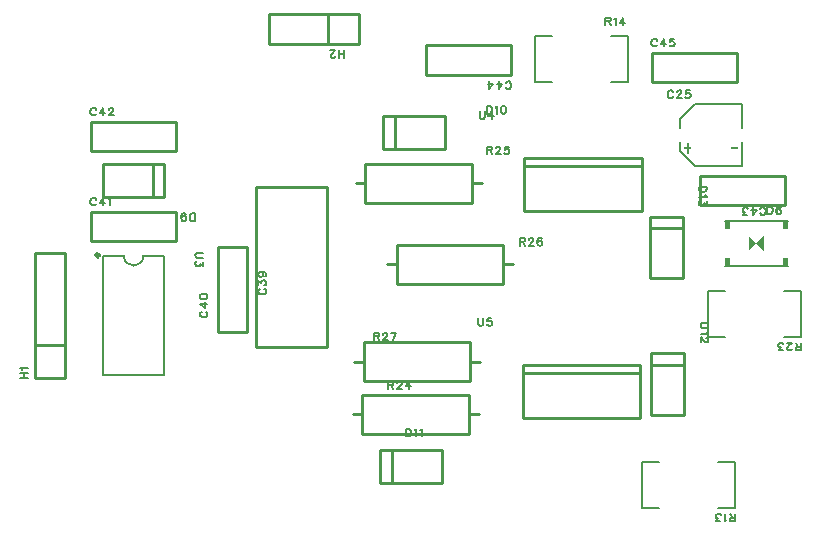
<source format=gto>
G04 Layer: TopSilkscreenLayer*
G04 EasyEDA Pro v2.1.64.d1969c9c.217bcf, 2024-10-29 15:11:35*
G04 Gerber Generator version 0.3*
G04 Scale: 100 percent, Rotated: No, Reflected: No*
G04 Dimensions in millimeters*
G04 Leading zeros omitted, absolute positions, 3 integers and 5 decimals*
%FSLAX35Y35*%
%MOMM*%
%ADD10C,0.1524*%
%ADD11C,0.254*%
%ADD12C,0.3*%
G75*


G04 Text Start*
G54D10*
G01X1018234Y517691D02*
G01X971752Y517691D01*
G01X962608Y514643D01*
G01X956258Y508293D01*
G01X953210Y499149D01*
G01Y492799D01*
G01X956258Y483655D01*
G01X962608Y477559D01*
G01X971752Y474257D01*
G01X1018234D01*
G01X1018234Y437935D02*
G01X1018234Y403899D01*
G01X993596Y422441D01*
G01Y413297D01*
G01X990548Y406947D01*
G01X987246Y403899D01*
G01X978102Y400851D01*
G01X971752D01*
G01X962608Y403899D01*
G01X956258Y409995D01*
G01X953210Y419393D01*
G01Y428791D01*
G01X956258Y437935D01*
G01X959560Y440983D01*
G01X965656Y444031D01*
G01X5000398Y1875282D02*
G01X4997350Y1881632D01*
G01X4991000Y1887728D01*
G01X4984904Y1890776D01*
G01X4972458D01*
G01X4966362Y1887728D01*
G01X4960012Y1881632D01*
G01X4956964Y1875282D01*
G01X4953916Y1866138D01*
G01Y1850644D01*
G01X4956964Y1841246D01*
G01X4960012Y1835150D01*
G01X4966362Y1828800D01*
G01X4972458Y1825752D01*
G01X4984904D01*
G01X4991000Y1828800D01*
G01X4997350Y1835150D01*
G01X5000398Y1841246D01*
G01X5033672Y1875282D02*
G01X5033672Y1878330D01*
G01X5036720Y1884680D01*
G01X5039768Y1887728D01*
G01X5045864Y1890776D01*
G01X5058310D01*
G01X5064660Y1887728D01*
G01X5067708Y1884680D01*
G01X5070756Y1878330D01*
G01Y1872234D01*
G01X5067708Y1866138D01*
G01X5061358Y1856740D01*
G01X5030624Y1825752D01*
G01X5073804D01*
G01X5141114Y1890776D02*
G01X5110126Y1890776D01*
G01X5107078Y1863090D01*
G01X5110126Y1866138D01*
G01X5119270Y1869186D01*
G01X5128668D01*
G01X5138066Y1866138D01*
G01X5144162Y1859788D01*
G01X5147210Y1850644D01*
G01Y1844294D01*
G01X5144162Y1835150D01*
G01X5138066Y1828800D01*
G01X5128668Y1825752D01*
G01X5119270D01*
G01X5110126Y1828800D01*
G01X5107078Y1832102D01*
G01X5104030Y1838198D01*
G01X5524414Y-1758013D02*
G01X5524414Y-1692989D01*
G01X5524414Y-1758013D02*
G01X5496474Y-1758013D01*
G01X5487330Y-1754965D01*
G01X5484282Y-1751917D01*
G01X5480980Y-1745567D01*
G01Y-1739471D01*
G01X5484282Y-1733375D01*
G01X5487330Y-1730327D01*
G01X5496474Y-1727025D01*
G01X5524414D01*
G01X5502824Y-1727025D02*
G01X5480980Y-1692989D01*
G01X5450754Y-1745567D02*
G01X5444658Y-1748869D01*
G01X5435514Y-1758013D01*
G01Y-1692989D01*
G01X5399192Y-1758013D02*
G01X5365156Y-1758013D01*
G01X5383698Y-1733375D01*
G01X5374554D01*
G01X5368204Y-1730327D01*
G01X5365156Y-1727025D01*
G01X5362108Y-1717881D01*
G01Y-1711531D01*
G01X5365156Y-1702387D01*
G01X5371252Y-1696037D01*
G01X5380650Y-1692989D01*
G01X5390048D01*
G01X5399192Y-1696037D01*
G01X5402240Y-1699339D01*
G01X5405288Y-1705435D01*
G01X4427220Y2507234D02*
G01X4427220Y2442210D01*
G01X4427220Y2507234D02*
G01X4455160Y2507234D01*
G01X4464304Y2504186D01*
G01X4467352Y2501138D01*
G01X4470654Y2494788D01*
G01Y2488692D01*
G01X4467352Y2482596D01*
G01X4464304Y2479548D01*
G01X4455160Y2476246D01*
G01X4427220D01*
G01X4448810Y2476246D02*
G01X4470654Y2442210D01*
G01X4500880Y2494788D02*
G01X4506976Y2498090D01*
G01X4516120Y2507234D01*
G01Y2442210D01*
G01X4577080Y2507234D02*
G01X4546346Y2464054D01*
G01X4592574D01*
G01X4577080Y2507234D02*
G01X4577080Y2442210D01*
G01X949180Y786044D02*
G01X949180Y851068D01*
G01X949180Y786044D02*
G01X927590Y786044D01*
G01X918192Y789092D01*
G01X912096Y795188D01*
G01X909048Y801538D01*
G01X905746Y810682D01*
G01Y826176D01*
G01X909048Y835574D01*
G01X912096Y841670D01*
G01X918192Y848020D01*
G01X927590Y851068D01*
G01X949180D01*
G01X835388Y807634D02*
G01X838436Y817032D01*
G01X844786Y823128D01*
G01X853930Y826176D01*
G01X856978D01*
G01X866376Y823128D01*
G01X872472Y817032D01*
G01X875520Y807634D01*
G01Y804586D01*
G01X872472Y795188D01*
G01X866376Y789092D01*
G01X856978Y786044D01*
G01X853930D01*
G01X844786Y789092D01*
G01X838436Y795188D01*
G01X835388Y807634D01*
G01Y823128D01*
G01X838436Y838622D01*
G01X844786Y848020D01*
G01X853930Y851068D01*
G01X860280D01*
G01X869424Y848020D01*
G01X872472Y841670D01*
G01X3423920Y1757934D02*
G01X3423920Y1692910D01*
G01X3423920Y1757934D02*
G01X3445510Y1757934D01*
G01X3454908Y1754886D01*
G01X3461004Y1748790D01*
G01X3464052Y1742440D01*
G01X3467354Y1733296D01*
G01Y1717802D01*
G01X3464052Y1708404D01*
G01X3461004Y1702308D01*
G01X3454908Y1695958D01*
G01X3445510Y1692910D01*
G01X3423920D01*
G01X3497580Y1745488D02*
G01X3503676Y1748790D01*
G01X3512820Y1757934D01*
G01Y1692910D01*
G01X3561588Y1757934D02*
G01X3552190Y1754886D01*
G01X3546094Y1745488D01*
G01X3543046Y1730248D01*
G01Y1720850D01*
G01X3546094Y1705356D01*
G01X3552190Y1695958D01*
G01X3561588Y1692910D01*
G01X3567684D01*
G01X3577082Y1695958D01*
G01X3583178Y1705356D01*
G01X3586226Y1720850D01*
G01Y1730248D01*
G01X3583178Y1745488D01*
G01X3577082Y1754886D01*
G01X3567684Y1757934D01*
G01X3561588D01*
G01X2738120Y-972566D02*
G01X2738120Y-1037590D01*
G01X2738120Y-972566D02*
G01X2759710Y-972566D01*
G01X2769108Y-975614D01*
G01X2775204Y-981710D01*
G01X2778252Y-988060D01*
G01X2781554Y-997204D01*
G01Y-1012698D01*
G01X2778252Y-1022096D01*
G01X2775204Y-1028192D01*
G01X2769108Y-1034542D01*
G01X2759710Y-1037590D01*
G01X2738120D01*
G01X2811780Y-985012D02*
G01X2817876Y-981710D01*
G01X2827020Y-972566D01*
G01Y-1037590D01*
G01X2857246Y-985012D02*
G01X2863342Y-981710D01*
G01X2872486Y-972566D01*
G01Y-1037590D01*
G01X5297256Y-79520D02*
G01X5232232Y-79520D01*
G01X5297256Y-79520D02*
G01X5297256Y-101110D01*
G01X5294208Y-110508D01*
G01X5288112Y-116604D01*
G01X5281762Y-119652D01*
G01X5272618Y-122954D01*
G01X5257124D01*
G01X5247726Y-119652D01*
G01X5241630Y-116604D01*
G01X5235280Y-110508D01*
G01X5232232Y-101110D01*
G01Y-79520D01*
G01X5284810Y-153180D02*
G01X5288112Y-159276D01*
G01X5297256Y-168420D01*
G01X5232232D01*
G01X5281762Y-201694D02*
G01X5284810Y-201694D01*
G01X5291160Y-204742D01*
G01X5294208Y-207790D01*
G01X5297256Y-213886D01*
G01Y-226332D01*
G01X5294208Y-232682D01*
G01X5291160Y-235730D01*
G01X5284810Y-238778D01*
G01X5278714D01*
G01X5272618Y-235730D01*
G01X5263220Y-229380D01*
G01X5232232Y-198646D01*
G01Y-241826D01*
G01X5284556Y1076180D02*
G01X5219532Y1076180D01*
G01X5284556Y1076180D02*
G01X5284556Y1054590D01*
G01X5281508Y1045192D01*
G01X5275412Y1039096D01*
G01X5269062Y1036048D01*
G01X5259918Y1032746D01*
G01X5244424D01*
G01X5235026Y1036048D01*
G01X5228930Y1039096D01*
G01X5222580Y1045192D01*
G01X5219532Y1054590D01*
G01Y1076180D01*
G01X5272110Y1002520D02*
G01X5275412Y996424D01*
G01X5284556Y987280D01*
G01X5219532D01*
G01X5284556Y950958D02*
G01X5284556Y916922D01*
G01X5259918Y935464D01*
G01Y926320D01*
G01X5256870Y919970D01*
G01X5253568Y916922D01*
G01X5244424Y913874D01*
G01X5238074D01*
G01X5228930Y916922D01*
G01X5222580Y923018D01*
G01X5219532Y932416D01*
G01Y941814D01*
G01X5222580Y950958D01*
G01X5225882Y954006D01*
G01X5231978Y957054D01*
G01X6079556Y-310213D02*
G01X6079556Y-245189D01*
G01X6079556Y-310213D02*
G01X6051616Y-310213D01*
G01X6042472Y-307165D01*
G01X6039424Y-304117D01*
G01X6036122Y-297767D01*
G01Y-291671D01*
G01X6039424Y-285575D01*
G01X6042472Y-282527D01*
G01X6051616Y-279225D01*
G01X6079556D01*
G01X6057966Y-279225D02*
G01X6036122Y-245189D01*
G01X6002848Y-294719D02*
G01X6002848Y-297767D01*
G01X5999800Y-304117D01*
G01X5996752Y-307165D01*
G01X5990656Y-310213D01*
G01X5978210D01*
G01X5971860Y-307165D01*
G01X5968812Y-304117D01*
G01X5965764Y-297767D01*
G01Y-291671D01*
G01X5968812Y-285575D01*
G01X5975162Y-276177D01*
G01X6005896Y-245189D01*
G01X5962716D01*
G01X5926394Y-310213D02*
G01X5892358Y-310213D01*
G01X5910900Y-285575D01*
G01X5901756D01*
G01X5895406Y-282527D01*
G01X5892358Y-279225D01*
G01X5889310Y-270081D01*
G01Y-263731D01*
G01X5892358Y-254587D01*
G01X5898454Y-248237D01*
G01X5907852Y-245189D01*
G01X5917250D01*
G01X5926394Y-248237D01*
G01X5929442Y-251539D01*
G01X5932490Y-257635D01*
G01X5798820Y907034D02*
G01X5798820Y842010D01*
G01X5798820Y907034D02*
G01X5820410Y907034D01*
G01X5829808Y903986D01*
G01X5835904Y897890D01*
G01X5838952Y891540D01*
G01X5842254Y882396D01*
G01Y866902D01*
G01X5838952Y857504D01*
G01X5835904Y851408D01*
G01X5829808Y845058D01*
G01X5820410Y842010D01*
G01X5798820D01*
G01X5909564Y897890D02*
G01X5906516Y903986D01*
G01X5897118Y907034D01*
G01X5891022D01*
G01X5881624Y903986D01*
G01X5875528Y894588D01*
G01X5872480Y879348D01*
G01Y863854D01*
G01X5875528Y851408D01*
G01X5881624Y845058D01*
G01X5891022Y842010D01*
G01X5894070D01*
G01X5903214Y845058D01*
G01X5909564Y851408D01*
G01X5912612Y860552D01*
G01Y863854D01*
G01X5909564Y872998D01*
G01X5903214Y879348D01*
G01X5894070Y882396D01*
G01X5891022D01*
G01X5881624Y879348D01*
G01X5875528Y872998D01*
G01X5872480Y863854D01*
G01X113208Y965733D02*
G01X110160Y972083D01*
G01X103810Y978179D01*
G01X97714Y981227D01*
G01X85268D01*
G01X79172Y978179D01*
G01X72822Y972083D01*
G01X69774Y965733D01*
G01X66726Y956589D01*
G01Y941095D01*
G01X69774Y931697D01*
G01X72822Y925601D01*
G01X79172Y919251D01*
G01X85268Y916203D01*
G01X97714D01*
G01X103810Y919251D01*
G01X110160Y925601D01*
G01X113208Y931697D01*
G01X174168Y981227D02*
G01X143434Y938047D01*
G01X189662D01*
G01X174168Y981227D02*
G01X174168Y916203D01*
G01X219888Y968781D02*
G01X225984Y972083D01*
G01X235128Y981227D01*
G01Y916203D01*
G01X113208Y1727733D02*
G01X110160Y1734083D01*
G01X103810Y1740179D01*
G01X97714Y1743227D01*
G01X85268D01*
G01X79172Y1740179D01*
G01X72822Y1734083D01*
G01X69774Y1727733D01*
G01X66726Y1718589D01*
G01Y1703095D01*
G01X69774Y1693697D01*
G01X72822Y1687601D01*
G01X79172Y1681251D01*
G01X85268Y1678203D01*
G01X97714D01*
G01X103810Y1681251D01*
G01X110160Y1687601D01*
G01X113208Y1693697D01*
G01X174168Y1743227D02*
G01X143434Y1700047D01*
G01X189662D01*
G01X174168Y1743227D02*
G01X174168Y1678203D01*
G01X222936Y1727733D02*
G01X222936Y1730781D01*
G01X225984Y1737131D01*
G01X229032Y1740179D01*
G01X235128Y1743227D01*
G01X247574D01*
G01X253924Y1740179D01*
G01X256972Y1737131D01*
G01X260020Y1730781D01*
G01Y1724685D01*
G01X256972Y1718589D01*
G01X250622Y1709191D01*
G01X219888Y1678203D01*
G01X263068D01*
G01X5737878Y851980D02*
G01X5740926Y845630D01*
G01X5747276Y839534D01*
G01X5753372Y836486D01*
G01X5765818D01*
G01X5771914Y839534D01*
G01X5778264Y845630D01*
G01X5781312Y851980D01*
G01X5784360Y861124D01*
G01Y876618D01*
G01X5781312Y886016D01*
G01X5778264Y892112D01*
G01X5771914Y898462D01*
G01X5765818Y901510D01*
G01X5753372D01*
G01X5747276Y898462D01*
G01X5740926Y892112D01*
G01X5737878Y886016D01*
G01X5676918Y836486D02*
G01X5707652Y879666D01*
G01X5661424D01*
G01X5676918Y836486D02*
G01X5676918Y901510D01*
G01X5625102Y836486D02*
G01X5591066Y836486D01*
G01X5609608Y861124D01*
G01X5600464D01*
G01X5594114Y864172D01*
G01X5591066Y867474D01*
G01X5588018Y876618D01*
G01Y882968D01*
G01X5591066Y892112D01*
G01X5597162Y898462D01*
G01X5606560Y901510D01*
G01X5615958D01*
G01X5625102Y898462D01*
G01X5628150Y895160D01*
G01X5631198Y889064D01*
G01X-526034Y-546781D02*
G01X-461010Y-546781D01*
G01X-526034Y-503347D02*
G01X-461010Y-503347D01*
G01X-495046Y-546781D02*
G01X-495046Y-503347D01*
G01X-513588Y-473121D02*
G01X-516890Y-467025D01*
G01X-526034Y-457881D01*
G01X-461010D01*
G01X3582492Y1917167D02*
G01X3585540Y1910817D01*
G01X3591890Y1904721D01*
G01X3597986Y1901673D01*
G01X3610432D01*
G01X3616528Y1904721D01*
G01X3622878Y1910817D01*
G01X3625926Y1917167D01*
G01X3628974Y1926311D01*
G01Y1941805D01*
G01X3625926Y1951203D01*
G01X3622878Y1957299D01*
G01X3616528Y1963649D01*
G01X3610432Y1966697D01*
G01X3597986D01*
G01X3591890Y1963649D01*
G01X3585540Y1957299D01*
G01X3582492Y1951203D01*
G01X3521532Y1901673D02*
G01X3552266Y1944853D01*
G01X3506038D01*
G01X3521532Y1901673D02*
G01X3521532Y1966697D01*
G01X3445078Y1901673D02*
G01X3475812Y1944853D01*
G01X3429584D01*
G01X3445078Y1901673D02*
G01X3445078Y1966697D01*
G01X4863008Y2311933D02*
G01X4859960Y2318283D01*
G01X4853610Y2324379D01*
G01X4847514Y2327427D01*
G01X4835068D01*
G01X4828972Y2324379D01*
G01X4822622Y2318283D01*
G01X4819574Y2311933D01*
G01X4816526Y2302789D01*
G01Y2287295D01*
G01X4819574Y2277897D01*
G01X4822622Y2271801D01*
G01X4828972Y2265451D01*
G01X4835068Y2262403D01*
G01X4847514D01*
G01X4853610Y2265451D01*
G01X4859960Y2271801D01*
G01X4863008Y2277897D01*
G01X4923968Y2327427D02*
G01X4893234Y2284247D01*
G01X4939462D01*
G01X4923968Y2327427D02*
G01X4923968Y2262403D01*
G01X5006772Y2327427D02*
G01X4975784Y2327427D01*
G01X4972736Y2299741D01*
G01X4975784Y2302789D01*
G01X4984928Y2305837D01*
G01X4994326D01*
G01X5003724Y2302789D01*
G01X5009820Y2296439D01*
G01X5012868Y2287295D01*
G01Y2280945D01*
G01X5009820Y2271801D01*
G01X5003724Y2265451D01*
G01X4994326Y2262403D01*
G01X4984928D01*
G01X4975784Y2265451D01*
G01X4972736Y2268753D01*
G01X4969688Y2274849D01*
G01X3362310Y1714266D02*
G01X3362310Y1667784D01*
G01X3365358Y1658640D01*
G01X3371708Y1652290D01*
G01X3380852Y1649242D01*
G01X3387202D01*
G01X3396346Y1652290D01*
G01X3402442Y1658640D01*
G01X3405744Y1667784D01*
G01Y1714266D01*
G01X3466704Y1714266D02*
G01X3435970Y1671086D01*
G01X3482198D01*
G01X3466704Y1714266D02*
G01X3466704Y1649242D01*
G01X3349114Y-37838D02*
G01X3349114Y-84320D01*
G01X3352162Y-93464D01*
G01X3358512Y-99814D01*
G01X3367656Y-102862D01*
G01X3374006D01*
G01X3383150Y-99814D01*
G01X3389246Y-93464D01*
G01X3392548Y-84320D01*
G01Y-37838D01*
G01X3459858Y-37838D02*
G01X3428870Y-37838D01*
G01X3425822Y-65524D01*
G01X3428870Y-62476D01*
G01X3438014Y-59428D01*
G01X3447412D01*
G01X3456810Y-62476D01*
G01X3462906Y-68826D01*
G01X3465954Y-77970D01*
G01Y-84320D01*
G01X3462906Y-93464D01*
G01X3456810Y-99814D01*
G01X3447412Y-102862D01*
G01X3438014D01*
G01X3428870Y-99814D01*
G01X3425822Y-96512D01*
G01X3422774Y-90416D01*
G01X2214880Y2166366D02*
G01X2214880Y2231390D01*
G01X2171446Y2166366D02*
G01X2171446Y2231390D01*
G01X2214880Y2197354D02*
G01X2171446Y2197354D01*
G01X2138172Y2181860D02*
G01X2138172Y2178812D01*
G01X2135124Y2172462D01*
G01X2132076Y2169414D01*
G01X2125980Y2166366D01*
G01X2113534D01*
G01X2107184Y2169414D01*
G01X2104136Y2172462D01*
G01X2101088Y2178812D01*
G01Y2184908D01*
G01X2104136Y2191004D01*
G01X2110486Y2200402D01*
G01X2141220Y2231390D01*
G01X2098040D01*
G01X1502979Y209070D02*
G01X1496629Y206022D01*
G01X1490533Y199672D01*
G01X1487485Y193576D01*
G01Y181130D01*
G01X1490533Y175034D01*
G01X1496629Y168684D01*
G01X1502979Y165636D01*
G01X1512123Y162588D01*
G01X1527617D01*
G01X1537015Y165636D01*
G01X1543111Y168684D01*
G01X1549461Y175034D01*
G01X1552509Y181130D01*
G01Y193576D01*
G01X1549461Y199672D01*
G01X1543111Y206022D01*
G01X1537015Y209070D01*
G01X1487485Y245392D02*
G01X1487485Y279428D01*
G01X1512123Y260886D01*
G01Y270030D01*
G01X1515171Y276380D01*
G01X1518473Y279428D01*
G01X1527617Y282476D01*
G01X1533967D01*
G01X1543111Y279428D01*
G01X1549461Y273332D01*
G01X1552509Y263934D01*
G01Y254536D01*
G01X1549461Y245392D01*
G01X1546159Y242344D01*
G01X1540063Y239296D01*
G01X1509075Y352834D02*
G01X1518473Y349786D01*
G01X1524569Y343436D01*
G01X1527617Y334292D01*
G01Y331244D01*
G01X1524569Y321846D01*
G01X1518473Y315750D01*
G01X1509075Y312702D01*
G01X1506027D01*
G01X1496629Y315750D01*
G01X1490533Y321846D01*
G01X1487485Y331244D01*
G01Y334292D01*
G01X1490533Y343436D01*
G01X1496629Y349786D01*
G01X1509075Y352834D01*
G01X1524569D01*
G01X1540063Y349786D01*
G01X1549461Y343436D01*
G01X1552509Y334292D01*
G01Y327942D01*
G01X1549461Y318798D01*
G01X1543111Y315750D01*
G01X2467021Y-161768D02*
G01X2467021Y-226792D01*
G01X2467021Y-161768D02*
G01X2494961Y-161768D01*
G01X2504105Y-164816D01*
G01X2507153Y-167864D01*
G01X2510455Y-174214D01*
G01Y-180310D01*
G01X2507153Y-186406D01*
G01X2504105Y-189454D01*
G01X2494961Y-192756D01*
G01X2467021D01*
G01X2488611Y-192756D02*
G01X2510455Y-226792D01*
G01X2543729Y-177262D02*
G01X2543729Y-174214D01*
G01X2546777Y-167864D01*
G01X2549825Y-164816D01*
G01X2555921Y-161768D01*
G01X2568367D01*
G01X2574717Y-164816D01*
G01X2577765Y-167864D01*
G01X2580813Y-174214D01*
G01Y-180310D01*
G01X2577765Y-186406D01*
G01X2571415Y-195804D01*
G01X2540681Y-226792D01*
G01X2583861D01*
G01X2657267Y-161768D02*
G01X2626279Y-226792D01*
G01X2614087Y-161768D02*
G01X2657267Y-161768D01*
G01X3703320Y640334D02*
G01X3703320Y575310D01*
G01X3703320Y640334D02*
G01X3731260Y640334D01*
G01X3740404Y637286D01*
G01X3743452Y634238D01*
G01X3746754Y627888D01*
G01Y621792D01*
G01X3743452Y615696D01*
G01X3740404Y612648D01*
G01X3731260Y609346D01*
G01X3703320D01*
G01X3724910Y609346D02*
G01X3746754Y575310D01*
G01X3780028Y624840D02*
G01X3780028Y627888D01*
G01X3783076Y634238D01*
G01X3786124Y637286D01*
G01X3792220Y640334D01*
G01X3804666D01*
G01X3811016Y637286D01*
G01X3814064Y634238D01*
G01X3817112Y627888D01*
G01Y621792D01*
G01X3814064Y615696D01*
G01X3807714Y606298D01*
G01X3776980Y575310D01*
G01X3820160D01*
G01X3887470Y631190D02*
G01X3884422Y637286D01*
G01X3875024Y640334D01*
G01X3868928D01*
G01X3859530Y637286D01*
G01X3853434Y627888D01*
G01X3850386Y612648D01*
G01Y597154D01*
G01X3853434Y584708D01*
G01X3859530Y578358D01*
G01X3868928Y575310D01*
G01X3871976D01*
G01X3881120Y578358D01*
G01X3887470Y584708D01*
G01X3890518Y593852D01*
G01Y597154D01*
G01X3887470Y606298D01*
G01X3881120Y612648D01*
G01X3871976Y615696D01*
G01X3868928D01*
G01X3859530Y612648D01*
G01X3853434Y606298D01*
G01X3850386Y597154D01*
G01X3423920Y1415034D02*
G01X3423920Y1350010D01*
G01X3423920Y1415034D02*
G01X3451860Y1415034D01*
G01X3461004Y1411986D01*
G01X3464052Y1408938D01*
G01X3467354Y1402588D01*
G01Y1396492D01*
G01X3464052Y1390396D01*
G01X3461004Y1387348D01*
G01X3451860Y1384046D01*
G01X3423920D01*
G01X3445510Y1384046D02*
G01X3467354Y1350010D01*
G01X3500628Y1399540D02*
G01X3500628Y1402588D01*
G01X3503676Y1408938D01*
G01X3506724Y1411986D01*
G01X3512820Y1415034D01*
G01X3525266D01*
G01X3531616Y1411986D01*
G01X3534664Y1408938D01*
G01X3537712Y1402588D01*
G01Y1396492D01*
G01X3534664Y1390396D01*
G01X3528314Y1380998D01*
G01X3497580Y1350010D01*
G01X3540760D01*
G01X3608070Y1415034D02*
G01X3577082Y1415034D01*
G01X3574034Y1387348D01*
G01X3577082Y1390396D01*
G01X3586226Y1393444D01*
G01X3595624D01*
G01X3605022Y1390396D01*
G01X3611118Y1384046D01*
G01X3614166Y1374902D01*
G01Y1368552D01*
G01X3611118Y1359408D01*
G01X3605022Y1353058D01*
G01X3595624Y1350010D01*
G01X3586226D01*
G01X3577082Y1353058D01*
G01X3574034Y1356360D01*
G01X3570986Y1362456D01*
G01X2588288Y-573085D02*
G01X2588288Y-638109D01*
G01X2588288Y-573085D02*
G01X2616228Y-573085D01*
G01X2625372Y-576133D01*
G01X2628420Y-579181D01*
G01X2631722Y-585531D01*
G01Y-591627D01*
G01X2628420Y-597723D01*
G01X2625372Y-600771D01*
G01X2616228Y-604073D01*
G01X2588288D01*
G01X2609878Y-604073D02*
G01X2631722Y-638109D01*
G01X2664996Y-588579D02*
G01X2664996Y-585531D01*
G01X2668044Y-579181D01*
G01X2671092Y-576133D01*
G01X2677188Y-573085D01*
G01X2689634D01*
G01X2695984Y-576133D01*
G01X2699032Y-579181D01*
G01X2702080Y-585531D01*
G01Y-591627D01*
G01X2699032Y-597723D01*
G01X2692682Y-607121D01*
G01X2661948Y-638109D01*
G01X2705128D01*
G01X2766088Y-573085D02*
G01X2735354Y-616265D01*
G01X2781582D01*
G01X2766088Y-573085D02*
G01X2766088Y-638109D01*
G01X1007679Y18570D02*
G01X1001329Y15522D01*
G01X995233Y9172D01*
G01X992185Y3076D01*
G01Y-9370D01*
G01X995233Y-15466D01*
G01X1001329Y-21816D01*
G01X1007679Y-24864D01*
G01X1016823Y-27912D01*
G01X1032317D01*
G01X1041715Y-24864D01*
G01X1047811Y-21816D01*
G01X1054161Y-15466D01*
G01X1057209Y-9370D01*
G01Y3076D01*
G01X1054161Y9172D01*
G01X1047811Y15522D01*
G01X1041715Y18570D01*
G01X992185Y79530D02*
G01X1035365Y48796D01*
G01Y95024D01*
G01X992185Y79530D02*
G01X1057209Y79530D01*
G01X992185Y143792D02*
G01X995233Y134394D01*
G01X1004631Y128298D01*
G01X1019871Y125250D01*
G01X1029269D01*
G01X1044763Y128298D01*
G01X1054161Y134394D01*
G01X1057209Y143792D01*
G01Y149888D01*
G01X1054161Y159286D01*
G01X1044763Y165382D01*
G01X1029269Y168430D01*
G01X1019871D01*
G01X1004631Y165382D01*
G01X995233Y159286D01*
G01X992185Y149888D01*
G01Y143792D01*
G04 Text End*

G04 PolygonModel Start*
G01X349301Y489918D02*
G01X172161Y489918D01*
G01X172161Y489918D02*
G01X172161Y-515320D01*
G01X172161Y-515320D02*
G01X691439Y-515320D01*
G01X691439Y-515320D02*
G01X691439Y489918D01*
G01X691439Y489918D02*
G01X514299Y489918D01*
G01X349301Y489920D02*
G03X514299Y489920I82499J0D01*
G01X5587238Y1572006D02*
G01X5587238Y1776222D01*
G01X5587238Y1776222D02*
G01X5186426Y1776222D01*
G01X5186426Y1776222D02*
G01X5055362Y1645412D01*
G01X5055362Y1645412D02*
G01X5055362Y1572006D01*
G01X5586222Y1450594D02*
G01X5586222Y1249426D01*
G01X5586222Y1249426D02*
G01X5184140Y1249426D01*
G01X5184140Y1249426D02*
G01X5055362Y1378204D01*
G01X5055362Y1378204D02*
G01X5055362Y1450594D01*
G36*
G01X5546900Y1408100D02*
G01X5546900Y1393701D01*
G01X5489301D01*
G01Y1408100D01*
G01X5546900D01*
G37*
G36*
G01X5095700Y1408100D02*
G01X5095700Y1393701D01*
G01X5153299D01*
G01Y1408100D01*
G01X5095700D01*
G37*
G36*
G01X5117300Y1448900D02*
G01X5117300Y1352901D01*
G01X5131699D01*
G01Y1448900D01*
G01X5117300D01*
G37*
G01X4880681Y-1252141D02*
G01X4737186Y-1252141D01*
G01X4737186Y-1252141D02*
G01X4737186Y-1643459D01*
G01X4737186Y-1643459D02*
G01X4880681Y-1643459D01*
G01X5380919Y-1252141D02*
G01X5524414Y-1252141D01*
G01X5524414Y-1252141D02*
G01X5524414Y-1643459D01*
G01X5524414Y-1643459D02*
G01X5380919Y-1643459D01*
G01X3977152Y2352830D02*
G01X3833658Y2352830D01*
G01X3833658Y2352830D02*
G01X3833658Y1961512D01*
G01X3833658Y1961512D02*
G01X3977152Y1961512D01*
G01X4477390Y2352830D02*
G01X4620885Y2352830D01*
G01X4620885Y2352830D02*
G01X4620885Y1961512D01*
G01X4620885Y1961512D02*
G01X4477390Y1961512D01*
G54D11*
G01X691799Y990300D02*
G01X171801Y990300D01*
G01X171801Y990300D02*
G01X171801Y1270300D01*
G01X691799Y1270300D02*
G01X171801Y1270300D01*
G01X691799Y990300D02*
G01X691799Y1270300D01*
G01X595874Y990300D02*
G01X595874Y1270300D01*
G01X2546701Y1676700D02*
G01X3066699Y1676700D01*
G01X3066699Y1676700D02*
G01X3066699Y1396700D01*
G01X2546701Y1396700D02*
G01X3066699Y1396700D01*
G01X2546701Y1676700D02*
G01X2546701Y1396700D01*
G01X2642626Y1676700D02*
G01X2642626Y1396700D01*
G01X2521301Y-1155400D02*
G01X3041299Y-1155400D01*
G01X3041299Y-1155400D02*
G01X3041299Y-1435400D01*
G01X2521301Y-1435400D02*
G01X3041299Y-1435400D01*
G01X2521301Y-1155400D02*
G01X2521301Y-1435400D01*
G01X2617226Y-1155400D02*
G01X2617226Y-1435400D01*
G01X5093000Y-336901D02*
G01X5093000Y-856899D01*
G01X5093000Y-856899D02*
G01X4813000Y-856899D01*
G01X4813000Y-336901D02*
G01X4813000Y-856899D01*
G01X5093000Y-336901D02*
G01X4813000Y-336901D01*
G01X5093000Y-432826D02*
G01X4813000Y-432826D01*
G01X5080300Y818799D02*
G01X5080300Y298801D01*
G01X5080300Y298801D02*
G01X4800300Y298801D01*
G01X4800300Y818799D02*
G01X4800300Y298801D01*
G01X5080300Y818799D02*
G01X4800300Y818799D01*
G01X5080300Y722874D02*
G01X4800300Y722874D01*
G54D10*
G01X5435824Y195659D02*
G01X5292329Y195659D01*
G01X5292329Y195659D02*
G01X5292329Y-195659D01*
G01X5292329Y-195659D02*
G01X5435824Y-195659D01*
G01X5936061Y195659D02*
G01X6079556Y195659D01*
G01X6079556Y195659D02*
G01X6079556Y-195659D01*
G01X6079556Y-195659D02*
G01X5936061Y-195659D01*
G01X5969000Y406400D02*
G01X5442367Y407863D01*
G01X5968573Y787400D02*
G01X5443220Y785622D01*
G36*
G01X5930900Y406400D02*
G01X5930900Y475351D01*
G01X5976620D01*
G01Y406400D01*
G01X5930900D01*
G37*
G36*
G01X5930900Y787400D02*
G01X5930900Y718449D01*
G01X5976620D01*
G01Y787400D01*
G01X5930900D01*
G37*
G36*
G01X5435600Y787400D02*
G01X5435600Y718449D01*
G01X5481320D01*
G01Y787400D01*
G01X5435600D01*
G37*
G36*
G01X5435600Y406400D02*
G01X5435600Y475351D01*
G01X5481320D01*
G01Y406400D01*
G01X5435600D01*
G37*
G36*
G01X5765800Y533400D02*
G01X5702300Y596900D01*
G01X5765800Y660400D01*
G01Y533400D01*
G37*
G36*
G01X5638800Y533400D02*
G01X5638800Y660400D01*
G01X5702300Y596900D01*
G01X5638800Y533400D01*
G37*
G54D11*
G01X2654313Y419100D02*
G01X2578113Y419100D01*
G01X3568713Y419100D02*
G01X3644913Y419100D01*
G01X1465301Y-281297D02*
G01X1465301Y1068697D01*
G01X1465301Y1068697D02*
G01X2065299Y1068697D01*
G01X2065299Y1068697D02*
G01X2065299Y-281297D01*
G01X2065299Y-281297D02*
G01X1465301Y-281297D01*
G01X3276587Y-850900D02*
G01X3352787Y-850900D01*
G01X2362187Y-850900D02*
G01X2285987Y-850900D01*
G01X3301987Y1104900D02*
G01X3378187Y1104900D01*
G01X2387587Y1104900D02*
G01X2311387Y1104900D01*
G01X3289287Y-406400D02*
G01X3365487Y-406400D01*
G01X2374887Y-406400D02*
G01X2298687Y-406400D01*
G01X71806Y861593D02*
G01X71806Y611607D01*
G01X71806Y861593D02*
G01X791794Y861593D01*
G01X791794Y611607D02*
G01X791794Y861593D01*
G01X791794Y611607D02*
G01X71806Y611607D01*
G01X71806Y1623593D02*
G01X71806Y1373607D01*
G01X71806Y1623593D02*
G01X791794Y1623593D01*
G01X791794Y1373607D02*
G01X791794Y1623593D01*
G01X791794Y1373607D02*
G01X71806Y1373607D01*
G01X5947994Y916407D02*
G01X5947994Y1166393D01*
G01X5947994Y916407D02*
G01X5228006Y916407D01*
G01X5228006Y1166393D02*
G01X5228006Y916407D01*
G01X5228006Y1166393D02*
G01X5947994Y1166393D01*
G01X-406400Y516301D02*
G01X-152400Y516301D01*
G01X-406400Y-541701D02*
G01X-406400Y516301D01*
G01X-406400Y-264348D02*
G01X-152400Y-264348D01*
G01X-152400Y-541701D02*
G01X-152400Y516301D01*
G01X-406400Y-541701D02*
G01X-152400Y-541701D01*
G01X3623894Y2021307D02*
G01X3623894Y2271293D01*
G01X3623894Y2021307D02*
G01X2903906Y2021307D01*
G01X2903906Y2271293D02*
G01X2903906Y2021307D01*
G01X2903906Y2271293D02*
G01X3623894Y2271293D01*
G01X4821606Y2207793D02*
G01X4821606Y1957807D01*
G01X4821606Y2207793D02*
G01X5541594Y2207793D01*
G01X5541594Y1957807D02*
G01X5541594Y2207793D01*
G01X5541594Y1957807D02*
G01X4821606Y1957807D01*
G01X3739363Y1248598D02*
G01X4733290Y1248598D01*
G01X3739004Y1318430D02*
G01X3741290Y873003D01*
G01X3741290Y873003D02*
G01X4733290Y873003D01*
G01X4733290Y873003D02*
G01X4733290Y1319002D01*
G01X4733290Y1319002D02*
G01X3738814Y1318748D01*
G01X3726167Y-503507D02*
G01X4720095Y-503507D01*
G01X3725809Y-433675D02*
G01X3728095Y-879102D01*
G01X3728095Y-879102D02*
G01X4720095Y-879102D01*
G01X4720095Y-879102D02*
G01X4720095Y-433103D01*
G01X4720095Y-433103D02*
G01X3725619Y-433357D01*
G01X2336800Y2286000D02*
G01X1574800Y2286000D01*
G01X1574800Y2286000D02*
G01X1574800Y2540000D01*
G01X2336800Y2540000D02*
G01X1574800Y2540000D01*
G01X2336800Y2286000D02*
G01X2336800Y2540000D01*
G01X2077956Y2286000D02*
G01X2077956Y2540000D01*
G01X1145007Y-156794D02*
G01X1394993Y-156794D01*
G01X1145007Y-156794D02*
G01X1145007Y563194D01*
G01X1394993Y563194D02*
G01X1145007Y563194D01*
G01X1394993Y563194D02*
G01X1394993Y-156794D01*
G04 PolygonModel End*

G04 Rect Start*
G01X3561499Y254102D02*
G01X3561499Y584098D01*
G01X2661501D01*
G01Y254102D01*
G01X3561499D01*
G01X2369401Y-685902D02*
G01X2369401Y-1015898D01*
G01X3269399D01*
G01Y-685902D01*
G01X2369401D01*
G01X2394801Y1269898D02*
G01X2394801Y939902D01*
G01X3294799D01*
G01Y1269898D01*
G01X2394801D01*
G01X2382101Y-241402D02*
G01X2382101Y-571398D01*
G01X3282099D01*
G01Y-241402D01*
G01X2382101D01*
G04 Rect End*

G04 Circle Start*
G54D12*
G01X111989Y495300D02*
G03X142011Y495300I15011J0D01*
G03X111989I-15011J0D01*
G04 Circle End*

M02*

</source>
